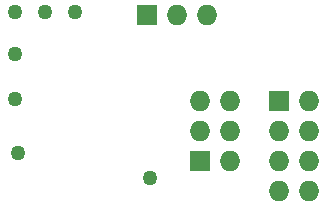
<source format=gbs>
%FSLAX46Y46*%
G04 Gerber Fmt 4.6, Leading zero omitted, Abs format (unit mm)*
G04 Created by KiCad (PCBNEW (2014-10-27 BZR 5228)-product) date 1/4/2015 7:21:31 PM*
%MOMM*%
G01*
G04 APERTURE LIST*
%ADD10C,0.100000*%
%ADD11C,1.270000*%
%ADD12R,1.727200X1.727200*%
%ADD13O,1.727200X1.727200*%
G04 APERTURE END LIST*
D10*
D11*
X12954000Y-18859500D03*
D12*
X12700000Y-5080000D03*
D13*
X15240000Y-5080000D03*
X17780000Y-5080000D03*
D12*
X23876000Y-12319000D03*
D13*
X26416000Y-12319000D03*
X23876000Y-14859000D03*
X26416000Y-14859000D03*
X23876000Y-17399000D03*
X26416000Y-17399000D03*
X23876000Y-19939000D03*
X26416000Y-19939000D03*
D11*
X1524000Y-12192000D03*
X1524000Y-8382000D03*
X6604000Y-4826000D03*
X1778000Y-16764000D03*
D12*
X17145000Y-17399000D03*
D13*
X19685000Y-17399000D03*
X17145000Y-14859000D03*
X19685000Y-14859000D03*
X17145000Y-12319000D03*
X19685000Y-12319000D03*
D11*
X4064000Y-4826000D03*
X1524000Y-4826000D03*
M02*

</source>
